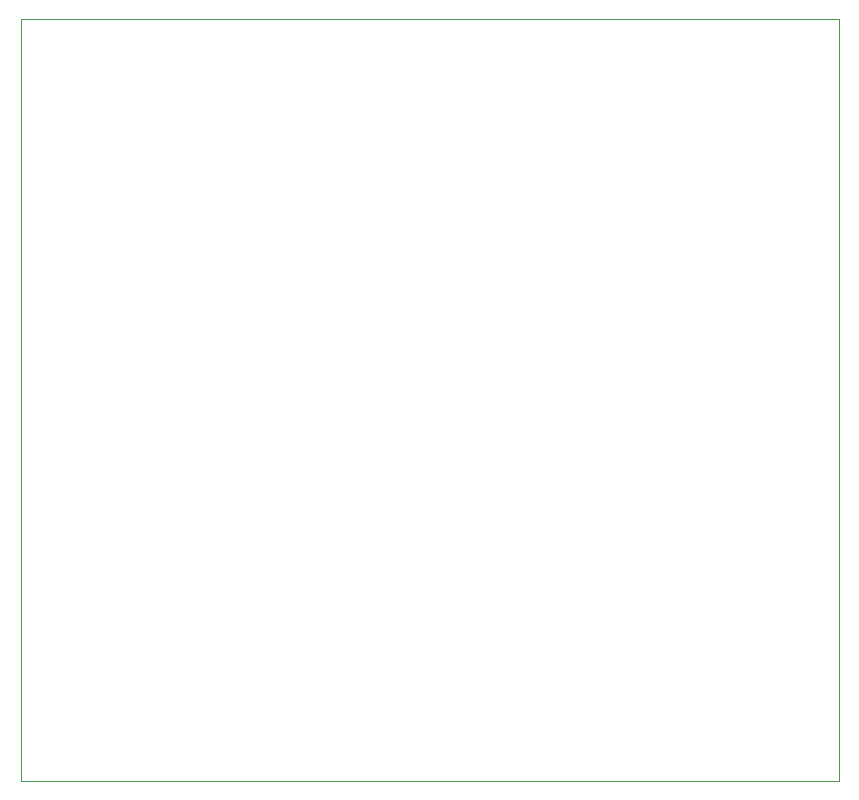
<source format=gbr>
%TF.GenerationSoftware,KiCad,Pcbnew,8.0.5*%
%TF.CreationDate,2024-09-27T23:03:38+12:00*%
%TF.ProjectId,LFR Blake Design 1,4c465220-426c-4616-9b65-204465736967,3*%
%TF.SameCoordinates,Original*%
%TF.FileFunction,Profile,NP*%
%FSLAX46Y46*%
G04 Gerber Fmt 4.6, Leading zero omitted, Abs format (unit mm)*
G04 Created by KiCad (PCBNEW 8.0.5) date 2024-09-27 23:03:38*
%MOMM*%
%LPD*%
G01*
G04 APERTURE LIST*
%TA.AperFunction,Profile*%
%ADD10C,0.050000*%
%TD*%
G04 APERTURE END LIST*
D10*
X131250000Y-59000000D02*
X200500000Y-59000000D01*
X200500000Y-123500000D01*
X131250000Y-123500000D01*
X131250000Y-59000000D01*
M02*

</source>
